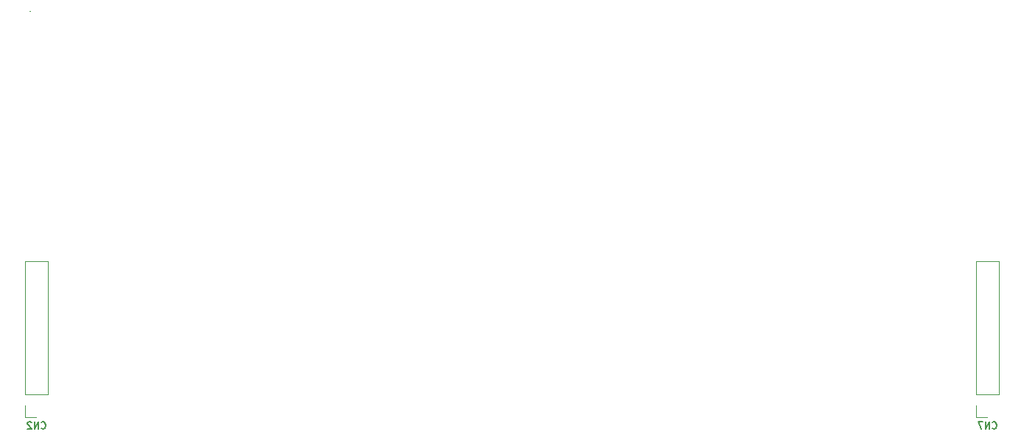
<source format=gbo>
G04 #@! TF.GenerationSoftware,KiCad,Pcbnew,(5.1.5)-3*
G04 #@! TF.CreationDate,2020-01-10T16:41:32+09:00*
G04 #@! TF.ProjectId,NTS-1_CustomPanel,4e54532d-315f-4437-9573-746f6d50616e,C*
G04 #@! TF.SameCoordinates,Original*
G04 #@! TF.FileFunction,Legend,Bot*
G04 #@! TF.FilePolarity,Positive*
%FSLAX46Y46*%
G04 Gerber Fmt 4.6, Leading zero omitted, Abs format (unit mm)*
G04 Created by KiCad (PCBNEW (5.1.5)-3) date 2020-01-10 16:41:32*
%MOMM*%
%LPD*%
G04 APERTURE LIST*
%ADD10C,0.025000*%
%ADD11C,0.100000*%
%ADD12C,0.120000*%
%ADD13C,0.150000*%
G04 APERTURE END LIST*
D10*
X108925545Y-63595228D02*
X108916021Y-63590466D01*
X108911259Y-63585704D01*
X108906497Y-63576180D01*
X108906497Y-63547609D01*
X108911259Y-63538085D01*
X108916021Y-63533323D01*
X108925545Y-63528561D01*
X108939830Y-63528561D01*
X108949354Y-63533323D01*
X108954116Y-63538085D01*
X108958878Y-63547609D01*
X108958878Y-63576180D01*
X108954116Y-63585704D01*
X108949354Y-63590466D01*
X108939830Y-63595228D01*
X108925545Y-63595228D01*
D11*
D12*
X108360000Y-92380000D02*
X111020000Y-92380000D01*
X108360000Y-107680000D02*
X108360000Y-92380000D01*
X111020000Y-107680000D02*
X111020000Y-92380000D01*
X108360000Y-107680000D02*
X111020000Y-107680000D01*
X108360000Y-108950000D02*
X108360000Y-110280000D01*
X108360000Y-110280000D02*
X109690000Y-110280000D01*
X217580000Y-110280000D02*
X218910000Y-110280000D01*
X217580000Y-108950000D02*
X217580000Y-110280000D01*
X217580000Y-107680000D02*
X220240000Y-107680000D01*
X220240000Y-107680000D02*
X220240000Y-92380000D01*
X217580000Y-107680000D02*
X217580000Y-92380000D01*
X217580000Y-92380000D02*
X220240000Y-92380000D01*
D13*
X110242380Y-111565714D02*
X110280476Y-111603809D01*
X110394761Y-111641904D01*
X110470952Y-111641904D01*
X110585238Y-111603809D01*
X110661428Y-111527619D01*
X110699523Y-111451428D01*
X110737619Y-111299047D01*
X110737619Y-111184761D01*
X110699523Y-111032380D01*
X110661428Y-110956190D01*
X110585238Y-110880000D01*
X110470952Y-110841904D01*
X110394761Y-110841904D01*
X110280476Y-110880000D01*
X110242380Y-110918095D01*
X109899523Y-111641904D02*
X109899523Y-110841904D01*
X109442380Y-111641904D01*
X109442380Y-110841904D01*
X109099523Y-110918095D02*
X109061428Y-110880000D01*
X108985238Y-110841904D01*
X108794761Y-110841904D01*
X108718571Y-110880000D01*
X108680476Y-110918095D01*
X108642380Y-110994285D01*
X108642380Y-111070476D01*
X108680476Y-111184761D01*
X109137619Y-111641904D01*
X108642380Y-111641904D01*
X219462380Y-111565714D02*
X219500476Y-111603809D01*
X219614761Y-111641904D01*
X219690952Y-111641904D01*
X219805238Y-111603809D01*
X219881428Y-111527619D01*
X219919523Y-111451428D01*
X219957619Y-111299047D01*
X219957619Y-111184761D01*
X219919523Y-111032380D01*
X219881428Y-110956190D01*
X219805238Y-110880000D01*
X219690952Y-110841904D01*
X219614761Y-110841904D01*
X219500476Y-110880000D01*
X219462380Y-110918095D01*
X219119523Y-111641904D02*
X219119523Y-110841904D01*
X218662380Y-111641904D01*
X218662380Y-110841904D01*
X218357619Y-110841904D02*
X217824285Y-110841904D01*
X218167142Y-111641904D01*
M02*

</source>
